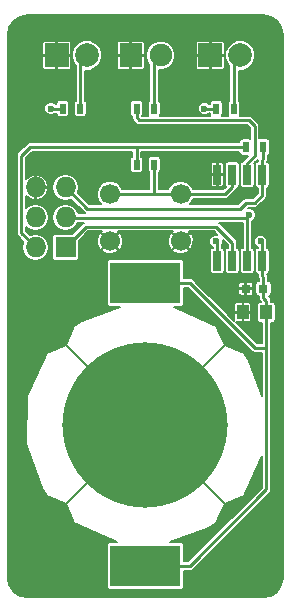
<source format=gtl>
G04 #@! TF.FileFunction,Copper,L1,Top,Signal*
%FSLAX46Y46*%
G04 Gerber Fmt 4.6, Leading zero omitted, Abs format (unit mm)*
G04 Created by KiCad (PCBNEW 4.0.0-rc1-stable) date 8/9/2016 11:22:53 PM*
%MOMM*%
G01*
G04 APERTURE LIST*
%ADD10C,0.100000*%
%ADD11R,6.000000X3.500000*%
%ADD12C,14.000000*%
%ADD13R,1.000000X1.250000*%
%ADD14R,0.800000X0.750000*%
%ADD15R,1.727200X1.727200*%
%ADD16O,1.727200X1.727200*%
%ADD17R,2.000000X2.000000*%
%ADD18C,2.000000*%
%ADD19R,1.900000X2.000000*%
%ADD20C,1.900000*%
%ADD21R,0.650000X1.700000*%
%ADD22R,0.500000X0.900000*%
%ADD23C,1.700000*%
%ADD24C,0.600000*%
%ADD25C,0.250000*%
%ADD26C,0.152400*%
G04 APERTURE END LIST*
D10*
D11*
X112000000Y-97000000D03*
D12*
X112000000Y-85000000D03*
D11*
X112000000Y-73000000D03*
D13*
X122250000Y-75500000D03*
X120250000Y-75500000D03*
D14*
X122000000Y-73500000D03*
X120500000Y-73500000D03*
D15*
X105250000Y-70000000D03*
D16*
X102710000Y-70000000D03*
X105250000Y-67460000D03*
X102710000Y-67460000D03*
X105250000Y-64920000D03*
X102710000Y-64920000D03*
D17*
X117500000Y-53750000D03*
D18*
X120040000Y-53750000D03*
D17*
X104500000Y-53750000D03*
D18*
X107040000Y-53750000D03*
D19*
X110750000Y-53750000D03*
D20*
X113290000Y-53750000D03*
D21*
X121905000Y-63850000D03*
X120635000Y-63850000D03*
X119365000Y-63850000D03*
X118095000Y-63850000D03*
X118095000Y-71150000D03*
X119365000Y-71150000D03*
X120635000Y-71150000D03*
X121905000Y-71150000D03*
D22*
X118000000Y-58250000D03*
X119500000Y-58250000D03*
X105000000Y-58250000D03*
X106500000Y-58250000D03*
X111250000Y-58250000D03*
X112750000Y-58250000D03*
X111250000Y-63000000D03*
X112750000Y-63000000D03*
X120500000Y-61500000D03*
X122000000Y-61500000D03*
D23*
X109000000Y-65500000D03*
X115000000Y-65500000D03*
X109000000Y-69500000D03*
X115000000Y-69500000D03*
D24*
X121750000Y-69500000D03*
X118000000Y-69500000D03*
X120750000Y-67250000D03*
X104000000Y-58250000D03*
X117000000Y-58250000D03*
D25*
X122250000Y-78500000D02*
X122250000Y-90500000D01*
X115750000Y-97000000D02*
X112000000Y-97000000D01*
X122250000Y-90500000D02*
X115750000Y-97000000D01*
X112000000Y-73000000D02*
X115750000Y-73000000D01*
X122250000Y-78500000D02*
X122250000Y-75500000D01*
X121250000Y-78500000D02*
X122250000Y-78500000D01*
X115750000Y-73000000D02*
X121250000Y-78500000D01*
X122000000Y-73500000D02*
X122000000Y-74250000D01*
X122250000Y-74500000D02*
X122250000Y-75500000D01*
X122000000Y-74250000D02*
X122250000Y-74500000D01*
X121905000Y-71150000D02*
X121905000Y-72405000D01*
X122000000Y-72500000D02*
X122000000Y-73500000D01*
X121905000Y-72405000D02*
X122000000Y-72500000D01*
X121905000Y-69655000D02*
X121905000Y-71150000D01*
X121750000Y-69500000D02*
X121905000Y-69655000D01*
X111250000Y-63000000D02*
X111250000Y-61500000D01*
X120500000Y-61500000D02*
X111250000Y-61500000D01*
X111250000Y-61500000D02*
X102250000Y-61500000D01*
X101500000Y-68790000D02*
X102710000Y-70000000D01*
X101500000Y-62250000D02*
X101500000Y-68790000D01*
X102250000Y-61500000D02*
X101500000Y-62250000D01*
X105250000Y-70000000D02*
X107000000Y-68250000D01*
X119365000Y-69615000D02*
X119365000Y-71150000D01*
X118000000Y-68250000D02*
X119365000Y-69615000D01*
X107000000Y-68250000D02*
X118000000Y-68250000D01*
X118095000Y-69595000D02*
X118095000Y-71150000D01*
X118000000Y-69500000D02*
X118095000Y-69595000D01*
X105250000Y-64920000D02*
X107080000Y-66750000D01*
X121905000Y-65595000D02*
X121905000Y-63850000D01*
X121250000Y-66250000D02*
X121905000Y-65595000D01*
X120500000Y-66250000D02*
X121250000Y-66250000D01*
X120000000Y-66750000D02*
X120500000Y-66250000D01*
X107080000Y-66750000D02*
X120000000Y-66750000D01*
X121905000Y-63850000D02*
X121905000Y-62595000D01*
X122000000Y-62500000D02*
X122000000Y-61500000D01*
X121905000Y-62595000D02*
X122000000Y-62500000D01*
X119500000Y-58250000D02*
X119500000Y-54290000D01*
X119500000Y-54290000D02*
X120040000Y-53750000D01*
X106500000Y-58250000D02*
X106500000Y-54290000D01*
X106500000Y-54290000D02*
X107040000Y-53750000D01*
X112750000Y-58250000D02*
X112750000Y-54290000D01*
X112750000Y-54290000D02*
X113290000Y-53750000D01*
X120635000Y-63850000D02*
X120635000Y-62865000D01*
X111250000Y-59000000D02*
X111250000Y-58250000D01*
X111500000Y-59250000D02*
X111250000Y-59000000D01*
X120750000Y-59250000D02*
X111500000Y-59250000D01*
X121250000Y-59750000D02*
X120750000Y-59250000D01*
X121250000Y-62250000D02*
X121250000Y-59750000D01*
X120635000Y-62865000D02*
X121250000Y-62250000D01*
X112750000Y-63000000D02*
X112750000Y-65500000D01*
X115000000Y-65500000D02*
X112750000Y-65500000D01*
X112750000Y-65500000D02*
X109000000Y-65500000D01*
X115000000Y-65500000D02*
X118750000Y-65500000D01*
X118750000Y-65500000D02*
X119365000Y-64885000D01*
X119365000Y-64885000D02*
X119365000Y-63850000D01*
X120635000Y-67365000D02*
X120750000Y-67250000D01*
X120635000Y-67365000D02*
X120635000Y-67500000D01*
X120635000Y-67500000D02*
X105290000Y-67500000D01*
X105290000Y-67500000D02*
X105250000Y-67460000D01*
X120635000Y-71150000D02*
X120635000Y-67500000D01*
X118000000Y-58250000D02*
X117000000Y-58250000D01*
X104000000Y-58250000D02*
X105000000Y-58250000D01*
D26*
G36*
X122626854Y-50486644D02*
X123158273Y-50841727D01*
X123513356Y-51373147D01*
X123645000Y-52034966D01*
X123645000Y-97965034D01*
X123513356Y-98626853D01*
X123158273Y-99158273D01*
X122626854Y-99513356D01*
X121965034Y-99645000D01*
X102034966Y-99645000D01*
X101373147Y-99513356D01*
X100841727Y-99158273D01*
X100486644Y-98626854D01*
X100355000Y-97965034D01*
X100355000Y-86632524D01*
X101856933Y-86632524D01*
X103253767Y-90389839D01*
X103673400Y-91017863D01*
X105261118Y-91702537D01*
X111963655Y-85000000D01*
X105261118Y-78297463D01*
X103673400Y-78982137D01*
X102004288Y-82626672D01*
X101856933Y-86632524D01*
X100355000Y-86632524D01*
X100355000Y-78261118D01*
X105297463Y-78261118D01*
X112000000Y-84963655D01*
X118702537Y-78261118D01*
X118017863Y-76673400D01*
X114441447Y-75035485D01*
X115000000Y-75035485D01*
X115103762Y-75015961D01*
X115199060Y-74954638D01*
X115262993Y-74861070D01*
X115285485Y-74750000D01*
X115285485Y-73405000D01*
X115582244Y-73405000D01*
X120963622Y-78786379D01*
X121042386Y-78839006D01*
X121095013Y-78874171D01*
X121250000Y-78905000D01*
X121845000Y-78905000D01*
X121845000Y-82565712D01*
X120746233Y-79610161D01*
X120326600Y-78982137D01*
X118738882Y-78297463D01*
X112036345Y-85000000D01*
X118738882Y-91702537D01*
X120326600Y-91017863D01*
X121845000Y-87702410D01*
X121845000Y-90332244D01*
X115582244Y-96595000D01*
X115285485Y-96595000D01*
X115285485Y-95250000D01*
X115265961Y-95146238D01*
X115204638Y-95050940D01*
X115111070Y-94987007D01*
X115000000Y-94964515D01*
X114112807Y-94964515D01*
X117389839Y-93746233D01*
X118017863Y-93326600D01*
X118702537Y-91738882D01*
X112000000Y-85036345D01*
X105297463Y-91738882D01*
X105982137Y-93326600D01*
X109558553Y-94964515D01*
X109000000Y-94964515D01*
X108896238Y-94984039D01*
X108800940Y-95045362D01*
X108737007Y-95138930D01*
X108714515Y-95250000D01*
X108714515Y-98750000D01*
X108734039Y-98853762D01*
X108795362Y-98949060D01*
X108888930Y-99012993D01*
X109000000Y-99035485D01*
X115000000Y-99035485D01*
X115103762Y-99015961D01*
X115199060Y-98954638D01*
X115262993Y-98861070D01*
X115285485Y-98750000D01*
X115285485Y-97405000D01*
X115750000Y-97405000D01*
X115904987Y-97374171D01*
X116036378Y-97286378D01*
X122536378Y-90786378D01*
X122624171Y-90654987D01*
X122655000Y-90500000D01*
X122655000Y-76410485D01*
X122750000Y-76410485D01*
X122853762Y-76390961D01*
X122949060Y-76329638D01*
X123012993Y-76236070D01*
X123035485Y-76125000D01*
X123035485Y-74875000D01*
X123015961Y-74771238D01*
X122954638Y-74675940D01*
X122861070Y-74612007D01*
X122750000Y-74589515D01*
X122655000Y-74589515D01*
X122655000Y-74500000D01*
X122624171Y-74345013D01*
X122536378Y-74213621D01*
X122470059Y-74147303D01*
X122503762Y-74140961D01*
X122599060Y-74079638D01*
X122662993Y-73986070D01*
X122685485Y-73875000D01*
X122685485Y-73125000D01*
X122665961Y-73021238D01*
X122604638Y-72925940D01*
X122511070Y-72862007D01*
X122405000Y-72840528D01*
X122405000Y-72500000D01*
X122374171Y-72345013D01*
X122322736Y-72268036D01*
X122333762Y-72265961D01*
X122429060Y-72204638D01*
X122492993Y-72111070D01*
X122515485Y-72000000D01*
X122515485Y-70300000D01*
X122495961Y-70196238D01*
X122434638Y-70100940D01*
X122341070Y-70037007D01*
X122310000Y-70030715D01*
X122310000Y-69663797D01*
X122329899Y-69615875D01*
X122330101Y-69385137D01*
X122241987Y-69171886D01*
X122078973Y-69008587D01*
X121865875Y-68920101D01*
X121635137Y-68919899D01*
X121421886Y-69008013D01*
X121258587Y-69171027D01*
X121170101Y-69384125D01*
X121169899Y-69614863D01*
X121258013Y-69828114D01*
X121421027Y-69991413D01*
X121500000Y-70024205D01*
X121500000Y-70029568D01*
X121476238Y-70034039D01*
X121380940Y-70095362D01*
X121317007Y-70188930D01*
X121294515Y-70300000D01*
X121294515Y-72000000D01*
X121314039Y-72103762D01*
X121375362Y-72199060D01*
X121468930Y-72262993D01*
X121500000Y-72269285D01*
X121500000Y-72405000D01*
X121530829Y-72559987D01*
X121594306Y-72654986D01*
X121595000Y-72656025D01*
X121595000Y-72840456D01*
X121496238Y-72859039D01*
X121400940Y-72920362D01*
X121337007Y-73013930D01*
X121314515Y-73125000D01*
X121314515Y-73875000D01*
X121334039Y-73978762D01*
X121395362Y-74074060D01*
X121488930Y-74137993D01*
X121595000Y-74159472D01*
X121595000Y-74250000D01*
X121625829Y-74404987D01*
X121689315Y-74500000D01*
X121713622Y-74536378D01*
X121766759Y-74589515D01*
X121750000Y-74589515D01*
X121646238Y-74609039D01*
X121550940Y-74670362D01*
X121487007Y-74763930D01*
X121464515Y-74875000D01*
X121464515Y-76125000D01*
X121484039Y-76228762D01*
X121545362Y-76324060D01*
X121638930Y-76387993D01*
X121750000Y-76410485D01*
X121845000Y-76410485D01*
X121845000Y-78095000D01*
X121417757Y-78095000D01*
X119656436Y-76333679D01*
X119704529Y-76353600D01*
X120167150Y-76353600D01*
X120224300Y-76296450D01*
X120224300Y-75525700D01*
X120275700Y-75525700D01*
X120275700Y-76296450D01*
X120332850Y-76353600D01*
X120795471Y-76353600D01*
X120879491Y-76318798D01*
X120943797Y-76254492D01*
X120978600Y-76170472D01*
X120978600Y-75582850D01*
X120921450Y-75525700D01*
X120275700Y-75525700D01*
X120224300Y-75525700D01*
X119578550Y-75525700D01*
X119521400Y-75582850D01*
X119521400Y-76170472D01*
X119541321Y-76218564D01*
X118152285Y-74829528D01*
X119521400Y-74829528D01*
X119521400Y-75417150D01*
X119578550Y-75474300D01*
X120224300Y-75474300D01*
X120224300Y-74703550D01*
X120275700Y-74703550D01*
X120275700Y-75474300D01*
X120921450Y-75474300D01*
X120978600Y-75417150D01*
X120978600Y-74829528D01*
X120943797Y-74745508D01*
X120879491Y-74681202D01*
X120795471Y-74646400D01*
X120332850Y-74646400D01*
X120275700Y-74703550D01*
X120224300Y-74703550D01*
X120167150Y-74646400D01*
X119704529Y-74646400D01*
X119620509Y-74681202D01*
X119556203Y-74745508D01*
X119521400Y-74829528D01*
X118152285Y-74829528D01*
X116905607Y-73582850D01*
X119871400Y-73582850D01*
X119871400Y-73920472D01*
X119906203Y-74004492D01*
X119970509Y-74068798D01*
X120054529Y-74103600D01*
X120417150Y-74103600D01*
X120474300Y-74046450D01*
X120474300Y-73525700D01*
X120525700Y-73525700D01*
X120525700Y-74046450D01*
X120582850Y-74103600D01*
X120945471Y-74103600D01*
X121029491Y-74068798D01*
X121093797Y-74004492D01*
X121128600Y-73920472D01*
X121128600Y-73582850D01*
X121071450Y-73525700D01*
X120525700Y-73525700D01*
X120474300Y-73525700D01*
X119928550Y-73525700D01*
X119871400Y-73582850D01*
X116905607Y-73582850D01*
X116402285Y-73079528D01*
X119871400Y-73079528D01*
X119871400Y-73417150D01*
X119928550Y-73474300D01*
X120474300Y-73474300D01*
X120474300Y-72953550D01*
X120525700Y-72953550D01*
X120525700Y-73474300D01*
X121071450Y-73474300D01*
X121128600Y-73417150D01*
X121128600Y-73079528D01*
X121093797Y-72995508D01*
X121029491Y-72931202D01*
X120945471Y-72896400D01*
X120582850Y-72896400D01*
X120525700Y-72953550D01*
X120474300Y-72953550D01*
X120417150Y-72896400D01*
X120054529Y-72896400D01*
X119970509Y-72931202D01*
X119906203Y-72995508D01*
X119871400Y-73079528D01*
X116402285Y-73079528D01*
X116036378Y-72713622D01*
X115904987Y-72625829D01*
X115750000Y-72595000D01*
X115285485Y-72595000D01*
X115285485Y-71250000D01*
X115265961Y-71146238D01*
X115204638Y-71050940D01*
X115111070Y-70987007D01*
X115000000Y-70964515D01*
X109000000Y-70964515D01*
X108896238Y-70984039D01*
X108800940Y-71045362D01*
X108737007Y-71138930D01*
X108714515Y-71250000D01*
X108714515Y-74750000D01*
X108734039Y-74853762D01*
X108795362Y-74949060D01*
X108888930Y-75012993D01*
X109000000Y-75035485D01*
X109887193Y-75035485D01*
X106610161Y-76253767D01*
X105982137Y-76673400D01*
X105297463Y-78261118D01*
X100355000Y-78261118D01*
X100355000Y-62250000D01*
X101095000Y-62250000D01*
X101095000Y-68790000D01*
X101125829Y-68944987D01*
X101179513Y-69025330D01*
X101213622Y-69076378D01*
X101658508Y-69521265D01*
X101631047Y-69562363D01*
X101543996Y-70000000D01*
X101631047Y-70437637D01*
X101878949Y-70808647D01*
X102249959Y-71056549D01*
X102687596Y-71143600D01*
X102732404Y-71143600D01*
X103170041Y-71056549D01*
X103541051Y-70808647D01*
X103788953Y-70437637D01*
X103876004Y-70000000D01*
X103788953Y-69562363D01*
X103541051Y-69191353D01*
X103170041Y-68943451D01*
X102732404Y-68856400D01*
X102687596Y-68856400D01*
X102249959Y-68943451D01*
X102235721Y-68952965D01*
X101905000Y-68622244D01*
X101905000Y-68286054D01*
X102249959Y-68516549D01*
X102687596Y-68603600D01*
X102732404Y-68603600D01*
X103170041Y-68516549D01*
X103541051Y-68268647D01*
X103788953Y-67897637D01*
X103876004Y-67460000D01*
X103788953Y-67022363D01*
X103541051Y-66651353D01*
X103170041Y-66403451D01*
X102732404Y-66316400D01*
X102687596Y-66316400D01*
X102249959Y-66403451D01*
X101905000Y-66633946D01*
X101905000Y-65631586D01*
X102117571Y-65837570D01*
X102513806Y-65994437D01*
X102684300Y-65954750D01*
X102684300Y-64945700D01*
X102735700Y-64945700D01*
X102735700Y-65954750D01*
X102906194Y-65994437D01*
X103302429Y-65837570D01*
X103608472Y-65541011D01*
X103777731Y-65149909D01*
X103784435Y-65116194D01*
X103744731Y-64945700D01*
X102735700Y-64945700D01*
X102684300Y-64945700D01*
X102664300Y-64945700D01*
X102664300Y-64894300D01*
X102684300Y-64894300D01*
X102684300Y-63885250D01*
X102735700Y-63885250D01*
X102735700Y-64894300D01*
X103744731Y-64894300D01*
X103784435Y-64723806D01*
X103777731Y-64690091D01*
X103608472Y-64298989D01*
X103302429Y-64002430D01*
X102906194Y-63845563D01*
X102735700Y-63885250D01*
X102684300Y-63885250D01*
X102513806Y-63845563D01*
X102117571Y-64002430D01*
X101905000Y-64208414D01*
X101905000Y-62417756D01*
X102417756Y-61905000D01*
X110845000Y-61905000D01*
X110845000Y-62317010D01*
X110800940Y-62345362D01*
X110737007Y-62438930D01*
X110714515Y-62550000D01*
X110714515Y-63450000D01*
X110734039Y-63553762D01*
X110795362Y-63649060D01*
X110888930Y-63712993D01*
X111000000Y-63735485D01*
X111500000Y-63735485D01*
X111603762Y-63715961D01*
X111699060Y-63654638D01*
X111762993Y-63561070D01*
X111785485Y-63450000D01*
X111785485Y-62550000D01*
X111765961Y-62446238D01*
X111704638Y-62350940D01*
X111655000Y-62317023D01*
X111655000Y-61905000D01*
X119964515Y-61905000D01*
X119964515Y-61950000D01*
X119984039Y-62053762D01*
X120045362Y-62149060D01*
X120138930Y-62212993D01*
X120250000Y-62235485D01*
X120691759Y-62235485D01*
X120348622Y-62578622D01*
X120260829Y-62710013D01*
X120257987Y-62724302D01*
X120206238Y-62734039D01*
X120110940Y-62795362D01*
X120047007Y-62888930D01*
X120024515Y-63000000D01*
X120024515Y-64700000D01*
X120044039Y-64803762D01*
X120105362Y-64899060D01*
X120198930Y-64962993D01*
X120310000Y-64985485D01*
X120960000Y-64985485D01*
X121063762Y-64965961D01*
X121159060Y-64904638D01*
X121222993Y-64811070D01*
X121245485Y-64700000D01*
X121245485Y-63000000D01*
X121225961Y-62896238D01*
X121206602Y-62866154D01*
X121505523Y-62567233D01*
X121500000Y-62595000D01*
X121500000Y-62729568D01*
X121476238Y-62734039D01*
X121380940Y-62795362D01*
X121317007Y-62888930D01*
X121294515Y-63000000D01*
X121294515Y-64700000D01*
X121314039Y-64803762D01*
X121375362Y-64899060D01*
X121468930Y-64962993D01*
X121500000Y-64969285D01*
X121500000Y-65427244D01*
X121082244Y-65845000D01*
X120500000Y-65845000D01*
X120345013Y-65875829D01*
X120301356Y-65905000D01*
X120213622Y-65963622D01*
X119832244Y-66345000D01*
X115752981Y-66345000D01*
X115957409Y-66140929D01*
X116055375Y-65905000D01*
X118750000Y-65905000D01*
X118904987Y-65874171D01*
X119036378Y-65786378D01*
X119651378Y-65171378D01*
X119739171Y-65039987D01*
X119750012Y-64985485D01*
X119752346Y-64973754D01*
X119793762Y-64965961D01*
X119889060Y-64904638D01*
X119952993Y-64811070D01*
X119975485Y-64700000D01*
X119975485Y-63000000D01*
X119955961Y-62896238D01*
X119894638Y-62800940D01*
X119801070Y-62737007D01*
X119690000Y-62714515D01*
X119040000Y-62714515D01*
X118936238Y-62734039D01*
X118840940Y-62795362D01*
X118777007Y-62888930D01*
X118754515Y-63000000D01*
X118754515Y-64700000D01*
X118774039Y-64803762D01*
X118812975Y-64864269D01*
X118582244Y-65095000D01*
X116055319Y-65095000D01*
X115958526Y-64860743D01*
X115640929Y-64542591D01*
X115225757Y-64370197D01*
X114776215Y-64369804D01*
X114360743Y-64541474D01*
X114042591Y-64859071D01*
X113944625Y-65095000D01*
X113155000Y-65095000D01*
X113155000Y-63932850D01*
X117541400Y-63932850D01*
X117541400Y-64745471D01*
X117576202Y-64829491D01*
X117640508Y-64893797D01*
X117724528Y-64928600D01*
X118012150Y-64928600D01*
X118069300Y-64871450D01*
X118069300Y-63875700D01*
X118120700Y-63875700D01*
X118120700Y-64871450D01*
X118177850Y-64928600D01*
X118465472Y-64928600D01*
X118549492Y-64893797D01*
X118613798Y-64829491D01*
X118648600Y-64745471D01*
X118648600Y-63932850D01*
X118591450Y-63875700D01*
X118120700Y-63875700D01*
X118069300Y-63875700D01*
X117598550Y-63875700D01*
X117541400Y-63932850D01*
X113155000Y-63932850D01*
X113155000Y-63682990D01*
X113199060Y-63654638D01*
X113262993Y-63561070D01*
X113285485Y-63450000D01*
X113285485Y-62954529D01*
X117541400Y-62954529D01*
X117541400Y-63767150D01*
X117598550Y-63824300D01*
X118069300Y-63824300D01*
X118069300Y-62828550D01*
X118120700Y-62828550D01*
X118120700Y-63824300D01*
X118591450Y-63824300D01*
X118648600Y-63767150D01*
X118648600Y-62954529D01*
X118613798Y-62870509D01*
X118549492Y-62806203D01*
X118465472Y-62771400D01*
X118177850Y-62771400D01*
X118120700Y-62828550D01*
X118069300Y-62828550D01*
X118012150Y-62771400D01*
X117724528Y-62771400D01*
X117640508Y-62806203D01*
X117576202Y-62870509D01*
X117541400Y-62954529D01*
X113285485Y-62954529D01*
X113285485Y-62550000D01*
X113265961Y-62446238D01*
X113204638Y-62350940D01*
X113111070Y-62287007D01*
X113000000Y-62264515D01*
X112500000Y-62264515D01*
X112396238Y-62284039D01*
X112300940Y-62345362D01*
X112237007Y-62438930D01*
X112214515Y-62550000D01*
X112214515Y-63450000D01*
X112234039Y-63553762D01*
X112295362Y-63649060D01*
X112345000Y-63682977D01*
X112345000Y-65095000D01*
X110055319Y-65095000D01*
X109958526Y-64860743D01*
X109640929Y-64542591D01*
X109225757Y-64370197D01*
X108776215Y-64369804D01*
X108360743Y-64541474D01*
X108042591Y-64859071D01*
X107870197Y-65274243D01*
X107869804Y-65723785D01*
X108041474Y-66139257D01*
X108246858Y-66345000D01*
X107247756Y-66345000D01*
X106301492Y-65398736D01*
X106328953Y-65357637D01*
X106416004Y-64920000D01*
X106328953Y-64482363D01*
X106081051Y-64111353D01*
X105710041Y-63863451D01*
X105272404Y-63776400D01*
X105227596Y-63776400D01*
X104789959Y-63863451D01*
X104418949Y-64111353D01*
X104171047Y-64482363D01*
X104083996Y-64920000D01*
X104171047Y-65357637D01*
X104418949Y-65728647D01*
X104789959Y-65976549D01*
X105227596Y-66063600D01*
X105272404Y-66063600D01*
X105710041Y-65976549D01*
X105724279Y-65967035D01*
X106793622Y-67036378D01*
X106881356Y-67095000D01*
X106343401Y-67095000D01*
X106328953Y-67022363D01*
X106081051Y-66651353D01*
X105710041Y-66403451D01*
X105272404Y-66316400D01*
X105227596Y-66316400D01*
X104789959Y-66403451D01*
X104418949Y-66651353D01*
X104171047Y-67022363D01*
X104083996Y-67460000D01*
X104171047Y-67897637D01*
X104418949Y-68268647D01*
X104789959Y-68516549D01*
X105227596Y-68603600D01*
X105272404Y-68603600D01*
X105710041Y-68516549D01*
X106081051Y-68268647D01*
X106324033Y-67905000D01*
X106801356Y-67905000D01*
X106713622Y-67963622D01*
X105826329Y-68850915D01*
X104386400Y-68850915D01*
X104282638Y-68870439D01*
X104187340Y-68931762D01*
X104123407Y-69025330D01*
X104100915Y-69136400D01*
X104100915Y-70863600D01*
X104120439Y-70967362D01*
X104181762Y-71062660D01*
X104275330Y-71126593D01*
X104386400Y-71149085D01*
X106113600Y-71149085D01*
X106217362Y-71129561D01*
X106312660Y-71068238D01*
X106376593Y-70974670D01*
X106399085Y-70863600D01*
X106399085Y-70255165D01*
X108281181Y-70255165D01*
X108374562Y-70404564D01*
X108768333Y-70575053D01*
X109197373Y-70581875D01*
X109596365Y-70423991D01*
X109625438Y-70404564D01*
X109718819Y-70255165D01*
X114281181Y-70255165D01*
X114374562Y-70404564D01*
X114768333Y-70575053D01*
X115197373Y-70581875D01*
X115596365Y-70423991D01*
X115625438Y-70404564D01*
X115718819Y-70255165D01*
X115000000Y-69536345D01*
X114281181Y-70255165D01*
X109718819Y-70255165D01*
X109000000Y-69536345D01*
X108281181Y-70255165D01*
X106399085Y-70255165D01*
X106399085Y-69697373D01*
X107918125Y-69697373D01*
X108076009Y-70096365D01*
X108095436Y-70125438D01*
X108244835Y-70218819D01*
X108963655Y-69500000D01*
X109036345Y-69500000D01*
X109755165Y-70218819D01*
X109904564Y-70125438D01*
X110075053Y-69731667D01*
X110075598Y-69697373D01*
X113918125Y-69697373D01*
X114076009Y-70096365D01*
X114095436Y-70125438D01*
X114244835Y-70218819D01*
X114963655Y-69500000D01*
X115036345Y-69500000D01*
X115755165Y-70218819D01*
X115904564Y-70125438D01*
X116075053Y-69731667D01*
X116081875Y-69302627D01*
X115923991Y-68903635D01*
X115904564Y-68874562D01*
X115755165Y-68781181D01*
X115036345Y-69500000D01*
X114963655Y-69500000D01*
X114244835Y-68781181D01*
X114095436Y-68874562D01*
X113924947Y-69268333D01*
X113918125Y-69697373D01*
X110075598Y-69697373D01*
X110081875Y-69302627D01*
X109923991Y-68903635D01*
X109904564Y-68874562D01*
X109755165Y-68781181D01*
X109036345Y-69500000D01*
X108963655Y-69500000D01*
X108244835Y-68781181D01*
X108095436Y-68874562D01*
X107924947Y-69268333D01*
X107918125Y-69697373D01*
X106399085Y-69697373D01*
X106399085Y-69423671D01*
X107167756Y-68655000D01*
X108337332Y-68655000D01*
X108281181Y-68744835D01*
X109000000Y-69463655D01*
X109718819Y-68744835D01*
X109662668Y-68655000D01*
X114337332Y-68655000D01*
X114281181Y-68744835D01*
X115000000Y-69463655D01*
X115718819Y-68744835D01*
X115662668Y-68655000D01*
X117832244Y-68655000D01*
X118097328Y-68920085D01*
X117885137Y-68919899D01*
X117671886Y-69008013D01*
X117508587Y-69171027D01*
X117420101Y-69384125D01*
X117419899Y-69614863D01*
X117508013Y-69828114D01*
X117671027Y-69991413D01*
X117690000Y-69999291D01*
X117690000Y-70029568D01*
X117666238Y-70034039D01*
X117570940Y-70095362D01*
X117507007Y-70188930D01*
X117484515Y-70300000D01*
X117484515Y-72000000D01*
X117504039Y-72103762D01*
X117565362Y-72199060D01*
X117658930Y-72262993D01*
X117770000Y-72285485D01*
X118420000Y-72285485D01*
X118523762Y-72265961D01*
X118619060Y-72204638D01*
X118682993Y-72111070D01*
X118705485Y-72000000D01*
X118705485Y-70300000D01*
X118685961Y-70196238D01*
X118624638Y-70100940D01*
X118531070Y-70037007D01*
X118500000Y-70030715D01*
X118500000Y-69808293D01*
X118579899Y-69615875D01*
X118580086Y-69402842D01*
X118960000Y-69782757D01*
X118960000Y-70029568D01*
X118936238Y-70034039D01*
X118840940Y-70095362D01*
X118777007Y-70188930D01*
X118754515Y-70300000D01*
X118754515Y-72000000D01*
X118774039Y-72103762D01*
X118835362Y-72199060D01*
X118928930Y-72262993D01*
X119040000Y-72285485D01*
X119690000Y-72285485D01*
X119793762Y-72265961D01*
X119889060Y-72204638D01*
X119952993Y-72111070D01*
X119975485Y-72000000D01*
X119975485Y-70300000D01*
X119955961Y-70196238D01*
X119894638Y-70100940D01*
X119801070Y-70037007D01*
X119770000Y-70030715D01*
X119770000Y-69615000D01*
X119759530Y-69562363D01*
X119739172Y-69460014D01*
X119651379Y-69328622D01*
X118286378Y-67963622D01*
X118198644Y-67905000D01*
X120230000Y-67905000D01*
X120230000Y-70029568D01*
X120206238Y-70034039D01*
X120110940Y-70095362D01*
X120047007Y-70188930D01*
X120024515Y-70300000D01*
X120024515Y-72000000D01*
X120044039Y-72103762D01*
X120105362Y-72199060D01*
X120198930Y-72262993D01*
X120310000Y-72285485D01*
X120960000Y-72285485D01*
X121063762Y-72265961D01*
X121159060Y-72204638D01*
X121222993Y-72111070D01*
X121245485Y-72000000D01*
X121245485Y-70300000D01*
X121225961Y-70196238D01*
X121164638Y-70100940D01*
X121071070Y-70037007D01*
X121040000Y-70030715D01*
X121040000Y-67757735D01*
X121078114Y-67741987D01*
X121241413Y-67578973D01*
X121329899Y-67365875D01*
X121330101Y-67135137D01*
X121241987Y-66921886D01*
X121078973Y-66758587D01*
X120865875Y-66670101D01*
X120652842Y-66669914D01*
X120667756Y-66655000D01*
X121250000Y-66655000D01*
X121404987Y-66624171D01*
X121536378Y-66536378D01*
X122191378Y-65881378D01*
X122215685Y-65845000D01*
X122279171Y-65749987D01*
X122310000Y-65595000D01*
X122310000Y-64970432D01*
X122333762Y-64965961D01*
X122429060Y-64904638D01*
X122492993Y-64811070D01*
X122515485Y-64700000D01*
X122515485Y-63000000D01*
X122495961Y-62896238D01*
X122434638Y-62800940D01*
X122341070Y-62737007D01*
X122321953Y-62733136D01*
X122374171Y-62654987D01*
X122395054Y-62550000D01*
X122405000Y-62500000D01*
X122405000Y-62182990D01*
X122449060Y-62154638D01*
X122512993Y-62061070D01*
X122535485Y-61950000D01*
X122535485Y-61050000D01*
X122515961Y-60946238D01*
X122454638Y-60850940D01*
X122361070Y-60787007D01*
X122250000Y-60764515D01*
X121750000Y-60764515D01*
X121655000Y-60782390D01*
X121655000Y-59750000D01*
X121624171Y-59595013D01*
X121536378Y-59463622D01*
X121036378Y-58963622D01*
X121035437Y-58962993D01*
X120904987Y-58875829D01*
X120750000Y-58845000D01*
X119989809Y-58845000D01*
X120012993Y-58811070D01*
X120035485Y-58700000D01*
X120035485Y-57800000D01*
X120015961Y-57696238D01*
X119954638Y-57600940D01*
X119905000Y-57567023D01*
X119905000Y-55029883D01*
X120293491Y-55030222D01*
X120764115Y-54835764D01*
X121124499Y-54476009D01*
X121319778Y-54005725D01*
X121320222Y-53496509D01*
X121125764Y-53025885D01*
X120766009Y-52665501D01*
X120295725Y-52470222D01*
X119786509Y-52469778D01*
X119315885Y-52664236D01*
X118955501Y-53023991D01*
X118760222Y-53494275D01*
X118759778Y-54003491D01*
X118954236Y-54474115D01*
X119095000Y-54615125D01*
X119095000Y-57567010D01*
X119050940Y-57595362D01*
X118987007Y-57688930D01*
X118964515Y-57800000D01*
X118964515Y-58700000D01*
X118984039Y-58803762D01*
X119010575Y-58845000D01*
X118489809Y-58845000D01*
X118512993Y-58811070D01*
X118535485Y-58700000D01*
X118535485Y-57800000D01*
X118515961Y-57696238D01*
X118454638Y-57600940D01*
X118361070Y-57537007D01*
X118250000Y-57514515D01*
X117750000Y-57514515D01*
X117646238Y-57534039D01*
X117550940Y-57595362D01*
X117487007Y-57688930D01*
X117464515Y-57800000D01*
X117464515Y-57845000D01*
X117415235Y-57845000D01*
X117328973Y-57758587D01*
X117115875Y-57670101D01*
X116885137Y-57669899D01*
X116671886Y-57758013D01*
X116508587Y-57921027D01*
X116420101Y-58134125D01*
X116419899Y-58364863D01*
X116508013Y-58578114D01*
X116671027Y-58741413D01*
X116884125Y-58829899D01*
X117114863Y-58830101D01*
X117328114Y-58741987D01*
X117415253Y-58655000D01*
X117464515Y-58655000D01*
X117464515Y-58700000D01*
X117484039Y-58803762D01*
X117510575Y-58845000D01*
X113239809Y-58845000D01*
X113262993Y-58811070D01*
X113285485Y-58700000D01*
X113285485Y-57800000D01*
X113265961Y-57696238D01*
X113204638Y-57600940D01*
X113155000Y-57567023D01*
X113155000Y-54979883D01*
X113533589Y-54980213D01*
X113985829Y-54793351D01*
X114332135Y-54447649D01*
X114519786Y-53995735D01*
X114519928Y-53832850D01*
X116271400Y-53832850D01*
X116271400Y-54795471D01*
X116306202Y-54879491D01*
X116370508Y-54943797D01*
X116454528Y-54978600D01*
X117417150Y-54978600D01*
X117474300Y-54921450D01*
X117474300Y-53775700D01*
X117525700Y-53775700D01*
X117525700Y-54921450D01*
X117582850Y-54978600D01*
X118545472Y-54978600D01*
X118629492Y-54943797D01*
X118693798Y-54879491D01*
X118728600Y-54795471D01*
X118728600Y-53832850D01*
X118671450Y-53775700D01*
X117525700Y-53775700D01*
X117474300Y-53775700D01*
X116328550Y-53775700D01*
X116271400Y-53832850D01*
X114519928Y-53832850D01*
X114520213Y-53506411D01*
X114333351Y-53054171D01*
X113987649Y-52707865D01*
X113979616Y-52704529D01*
X116271400Y-52704529D01*
X116271400Y-53667150D01*
X116328550Y-53724300D01*
X117474300Y-53724300D01*
X117474300Y-52578550D01*
X117525700Y-52578550D01*
X117525700Y-53724300D01*
X118671450Y-53724300D01*
X118728600Y-53667150D01*
X118728600Y-52704529D01*
X118693798Y-52620509D01*
X118629492Y-52556203D01*
X118545472Y-52521400D01*
X117582850Y-52521400D01*
X117525700Y-52578550D01*
X117474300Y-52578550D01*
X117417150Y-52521400D01*
X116454528Y-52521400D01*
X116370508Y-52556203D01*
X116306202Y-52620509D01*
X116271400Y-52704529D01*
X113979616Y-52704529D01*
X113535735Y-52520214D01*
X113046411Y-52519787D01*
X112594171Y-52706649D01*
X112247865Y-53052351D01*
X112060214Y-53504265D01*
X112059787Y-53993589D01*
X112246649Y-54445829D01*
X112345000Y-54544352D01*
X112345000Y-57567010D01*
X112300940Y-57595362D01*
X112237007Y-57688930D01*
X112214515Y-57800000D01*
X112214515Y-58700000D01*
X112234039Y-58803762D01*
X112260575Y-58845000D01*
X111739809Y-58845000D01*
X111762993Y-58811070D01*
X111785485Y-58700000D01*
X111785485Y-57800000D01*
X111765961Y-57696238D01*
X111704638Y-57600940D01*
X111611070Y-57537007D01*
X111500000Y-57514515D01*
X111000000Y-57514515D01*
X110896238Y-57534039D01*
X110800940Y-57595362D01*
X110737007Y-57688930D01*
X110714515Y-57800000D01*
X110714515Y-58700000D01*
X110734039Y-58803762D01*
X110795362Y-58899060D01*
X110845000Y-58932977D01*
X110845000Y-59000000D01*
X110875829Y-59154987D01*
X110939315Y-59250000D01*
X110963622Y-59286378D01*
X111213621Y-59536378D01*
X111345013Y-59624171D01*
X111500000Y-59655000D01*
X120582244Y-59655000D01*
X120845000Y-59917756D01*
X120845000Y-60783753D01*
X120750000Y-60764515D01*
X120250000Y-60764515D01*
X120146238Y-60784039D01*
X120050940Y-60845362D01*
X119987007Y-60938930D01*
X119964515Y-61050000D01*
X119964515Y-61095000D01*
X102250000Y-61095000D01*
X102095013Y-61125829D01*
X101963622Y-61213622D01*
X101213622Y-61963622D01*
X101125829Y-62095013D01*
X101095000Y-62250000D01*
X100355000Y-62250000D01*
X100355000Y-58364863D01*
X103419899Y-58364863D01*
X103508013Y-58578114D01*
X103671027Y-58741413D01*
X103884125Y-58829899D01*
X104114863Y-58830101D01*
X104328114Y-58741987D01*
X104415253Y-58655000D01*
X104464515Y-58655000D01*
X104464515Y-58700000D01*
X104484039Y-58803762D01*
X104545362Y-58899060D01*
X104638930Y-58962993D01*
X104750000Y-58985485D01*
X105250000Y-58985485D01*
X105353762Y-58965961D01*
X105449060Y-58904638D01*
X105512993Y-58811070D01*
X105535485Y-58700000D01*
X105535485Y-57800000D01*
X105515961Y-57696238D01*
X105454638Y-57600940D01*
X105361070Y-57537007D01*
X105250000Y-57514515D01*
X104750000Y-57514515D01*
X104646238Y-57534039D01*
X104550940Y-57595362D01*
X104487007Y-57688930D01*
X104464515Y-57800000D01*
X104464515Y-57845000D01*
X104415235Y-57845000D01*
X104328973Y-57758587D01*
X104115875Y-57670101D01*
X103885137Y-57669899D01*
X103671886Y-57758013D01*
X103508587Y-57921027D01*
X103420101Y-58134125D01*
X103419899Y-58364863D01*
X100355000Y-58364863D01*
X100355000Y-53832850D01*
X103271400Y-53832850D01*
X103271400Y-54795471D01*
X103306202Y-54879491D01*
X103370508Y-54943797D01*
X103454528Y-54978600D01*
X104417150Y-54978600D01*
X104474300Y-54921450D01*
X104474300Y-53775700D01*
X104525700Y-53775700D01*
X104525700Y-54921450D01*
X104582850Y-54978600D01*
X105545472Y-54978600D01*
X105629492Y-54943797D01*
X105693798Y-54879491D01*
X105728600Y-54795471D01*
X105728600Y-54003491D01*
X105759778Y-54003491D01*
X105954236Y-54474115D01*
X106095000Y-54615125D01*
X106095000Y-57567010D01*
X106050940Y-57595362D01*
X105987007Y-57688930D01*
X105964515Y-57800000D01*
X105964515Y-58700000D01*
X105984039Y-58803762D01*
X106045362Y-58899060D01*
X106138930Y-58962993D01*
X106250000Y-58985485D01*
X106750000Y-58985485D01*
X106853762Y-58965961D01*
X106949060Y-58904638D01*
X107012993Y-58811070D01*
X107035485Y-58700000D01*
X107035485Y-57800000D01*
X107015961Y-57696238D01*
X106954638Y-57600940D01*
X106905000Y-57567023D01*
X106905000Y-55029883D01*
X107293491Y-55030222D01*
X107764115Y-54835764D01*
X108124499Y-54476009D01*
X108319778Y-54005725D01*
X108319928Y-53832850D01*
X109571400Y-53832850D01*
X109571400Y-54795471D01*
X109606202Y-54879491D01*
X109670508Y-54943797D01*
X109754528Y-54978600D01*
X110667150Y-54978600D01*
X110724300Y-54921450D01*
X110724300Y-53775700D01*
X110775700Y-53775700D01*
X110775700Y-54921450D01*
X110832850Y-54978600D01*
X111745472Y-54978600D01*
X111829492Y-54943797D01*
X111893798Y-54879491D01*
X111928600Y-54795471D01*
X111928600Y-53832850D01*
X111871450Y-53775700D01*
X110775700Y-53775700D01*
X110724300Y-53775700D01*
X109628550Y-53775700D01*
X109571400Y-53832850D01*
X108319928Y-53832850D01*
X108320222Y-53496509D01*
X108125764Y-53025885D01*
X107804969Y-52704529D01*
X109571400Y-52704529D01*
X109571400Y-53667150D01*
X109628550Y-53724300D01*
X110724300Y-53724300D01*
X110724300Y-52578550D01*
X110775700Y-52578550D01*
X110775700Y-53724300D01*
X111871450Y-53724300D01*
X111928600Y-53667150D01*
X111928600Y-52704529D01*
X111893798Y-52620509D01*
X111829492Y-52556203D01*
X111745472Y-52521400D01*
X110832850Y-52521400D01*
X110775700Y-52578550D01*
X110724300Y-52578550D01*
X110667150Y-52521400D01*
X109754528Y-52521400D01*
X109670508Y-52556203D01*
X109606202Y-52620509D01*
X109571400Y-52704529D01*
X107804969Y-52704529D01*
X107766009Y-52665501D01*
X107295725Y-52470222D01*
X106786509Y-52469778D01*
X106315885Y-52664236D01*
X105955501Y-53023991D01*
X105760222Y-53494275D01*
X105759778Y-54003491D01*
X105728600Y-54003491D01*
X105728600Y-53832850D01*
X105671450Y-53775700D01*
X104525700Y-53775700D01*
X104474300Y-53775700D01*
X103328550Y-53775700D01*
X103271400Y-53832850D01*
X100355000Y-53832850D01*
X100355000Y-52704529D01*
X103271400Y-52704529D01*
X103271400Y-53667150D01*
X103328550Y-53724300D01*
X104474300Y-53724300D01*
X104474300Y-52578550D01*
X104525700Y-52578550D01*
X104525700Y-53724300D01*
X105671450Y-53724300D01*
X105728600Y-53667150D01*
X105728600Y-52704529D01*
X105693798Y-52620509D01*
X105629492Y-52556203D01*
X105545472Y-52521400D01*
X104582850Y-52521400D01*
X104525700Y-52578550D01*
X104474300Y-52578550D01*
X104417150Y-52521400D01*
X103454528Y-52521400D01*
X103370508Y-52556203D01*
X103306202Y-52620509D01*
X103271400Y-52704529D01*
X100355000Y-52704529D01*
X100355000Y-52034966D01*
X100486644Y-51373146D01*
X100841727Y-50841727D01*
X101373147Y-50486644D01*
X102034966Y-50355000D01*
X121965034Y-50355000D01*
X122626854Y-50486644D01*
X122626854Y-50486644D01*
G37*
X122626854Y-50486644D02*
X123158273Y-50841727D01*
X123513356Y-51373147D01*
X123645000Y-52034966D01*
X123645000Y-97965034D01*
X123513356Y-98626853D01*
X123158273Y-99158273D01*
X122626854Y-99513356D01*
X121965034Y-99645000D01*
X102034966Y-99645000D01*
X101373147Y-99513356D01*
X100841727Y-99158273D01*
X100486644Y-98626854D01*
X100355000Y-97965034D01*
X100355000Y-86632524D01*
X101856933Y-86632524D01*
X103253767Y-90389839D01*
X103673400Y-91017863D01*
X105261118Y-91702537D01*
X111963655Y-85000000D01*
X105261118Y-78297463D01*
X103673400Y-78982137D01*
X102004288Y-82626672D01*
X101856933Y-86632524D01*
X100355000Y-86632524D01*
X100355000Y-78261118D01*
X105297463Y-78261118D01*
X112000000Y-84963655D01*
X118702537Y-78261118D01*
X118017863Y-76673400D01*
X114441447Y-75035485D01*
X115000000Y-75035485D01*
X115103762Y-75015961D01*
X115199060Y-74954638D01*
X115262993Y-74861070D01*
X115285485Y-74750000D01*
X115285485Y-73405000D01*
X115582244Y-73405000D01*
X120963622Y-78786379D01*
X121042386Y-78839006D01*
X121095013Y-78874171D01*
X121250000Y-78905000D01*
X121845000Y-78905000D01*
X121845000Y-82565712D01*
X120746233Y-79610161D01*
X120326600Y-78982137D01*
X118738882Y-78297463D01*
X112036345Y-85000000D01*
X118738882Y-91702537D01*
X120326600Y-91017863D01*
X121845000Y-87702410D01*
X121845000Y-90332244D01*
X115582244Y-96595000D01*
X115285485Y-96595000D01*
X115285485Y-95250000D01*
X115265961Y-95146238D01*
X115204638Y-95050940D01*
X115111070Y-94987007D01*
X115000000Y-94964515D01*
X114112807Y-94964515D01*
X117389839Y-93746233D01*
X118017863Y-93326600D01*
X118702537Y-91738882D01*
X112000000Y-85036345D01*
X105297463Y-91738882D01*
X105982137Y-93326600D01*
X109558553Y-94964515D01*
X109000000Y-94964515D01*
X108896238Y-94984039D01*
X108800940Y-95045362D01*
X108737007Y-95138930D01*
X108714515Y-95250000D01*
X108714515Y-98750000D01*
X108734039Y-98853762D01*
X108795362Y-98949060D01*
X108888930Y-99012993D01*
X109000000Y-99035485D01*
X115000000Y-99035485D01*
X115103762Y-99015961D01*
X115199060Y-98954638D01*
X115262993Y-98861070D01*
X115285485Y-98750000D01*
X115285485Y-97405000D01*
X115750000Y-97405000D01*
X115904987Y-97374171D01*
X116036378Y-97286378D01*
X122536378Y-90786378D01*
X122624171Y-90654987D01*
X122655000Y-90500000D01*
X122655000Y-76410485D01*
X122750000Y-76410485D01*
X122853762Y-76390961D01*
X122949060Y-76329638D01*
X123012993Y-76236070D01*
X123035485Y-76125000D01*
X123035485Y-74875000D01*
X123015961Y-74771238D01*
X122954638Y-74675940D01*
X122861070Y-74612007D01*
X122750000Y-74589515D01*
X122655000Y-74589515D01*
X122655000Y-74500000D01*
X122624171Y-74345013D01*
X122536378Y-74213621D01*
X122470059Y-74147303D01*
X122503762Y-74140961D01*
X122599060Y-74079638D01*
X122662993Y-73986070D01*
X122685485Y-73875000D01*
X122685485Y-73125000D01*
X122665961Y-73021238D01*
X122604638Y-72925940D01*
X122511070Y-72862007D01*
X122405000Y-72840528D01*
X122405000Y-72500000D01*
X122374171Y-72345013D01*
X122322736Y-72268036D01*
X122333762Y-72265961D01*
X122429060Y-72204638D01*
X122492993Y-72111070D01*
X122515485Y-72000000D01*
X122515485Y-70300000D01*
X122495961Y-70196238D01*
X122434638Y-70100940D01*
X122341070Y-70037007D01*
X122310000Y-70030715D01*
X122310000Y-69663797D01*
X122329899Y-69615875D01*
X122330101Y-69385137D01*
X122241987Y-69171886D01*
X122078973Y-69008587D01*
X121865875Y-68920101D01*
X121635137Y-68919899D01*
X121421886Y-69008013D01*
X121258587Y-69171027D01*
X121170101Y-69384125D01*
X121169899Y-69614863D01*
X121258013Y-69828114D01*
X121421027Y-69991413D01*
X121500000Y-70024205D01*
X121500000Y-70029568D01*
X121476238Y-70034039D01*
X121380940Y-70095362D01*
X121317007Y-70188930D01*
X121294515Y-70300000D01*
X121294515Y-72000000D01*
X121314039Y-72103762D01*
X121375362Y-72199060D01*
X121468930Y-72262993D01*
X121500000Y-72269285D01*
X121500000Y-72405000D01*
X121530829Y-72559987D01*
X121594306Y-72654986D01*
X121595000Y-72656025D01*
X121595000Y-72840456D01*
X121496238Y-72859039D01*
X121400940Y-72920362D01*
X121337007Y-73013930D01*
X121314515Y-73125000D01*
X121314515Y-73875000D01*
X121334039Y-73978762D01*
X121395362Y-74074060D01*
X121488930Y-74137993D01*
X121595000Y-74159472D01*
X121595000Y-74250000D01*
X121625829Y-74404987D01*
X121689315Y-74500000D01*
X121713622Y-74536378D01*
X121766759Y-74589515D01*
X121750000Y-74589515D01*
X121646238Y-74609039D01*
X121550940Y-74670362D01*
X121487007Y-74763930D01*
X121464515Y-74875000D01*
X121464515Y-76125000D01*
X121484039Y-76228762D01*
X121545362Y-76324060D01*
X121638930Y-76387993D01*
X121750000Y-76410485D01*
X121845000Y-76410485D01*
X121845000Y-78095000D01*
X121417757Y-78095000D01*
X119656436Y-76333679D01*
X119704529Y-76353600D01*
X120167150Y-76353600D01*
X120224300Y-76296450D01*
X120224300Y-75525700D01*
X120275700Y-75525700D01*
X120275700Y-76296450D01*
X120332850Y-76353600D01*
X120795471Y-76353600D01*
X120879491Y-76318798D01*
X120943797Y-76254492D01*
X120978600Y-76170472D01*
X120978600Y-75582850D01*
X120921450Y-75525700D01*
X120275700Y-75525700D01*
X120224300Y-75525700D01*
X119578550Y-75525700D01*
X119521400Y-75582850D01*
X119521400Y-76170472D01*
X119541321Y-76218564D01*
X118152285Y-74829528D01*
X119521400Y-74829528D01*
X119521400Y-75417150D01*
X119578550Y-75474300D01*
X120224300Y-75474300D01*
X120224300Y-74703550D01*
X120275700Y-74703550D01*
X120275700Y-75474300D01*
X120921450Y-75474300D01*
X120978600Y-75417150D01*
X120978600Y-74829528D01*
X120943797Y-74745508D01*
X120879491Y-74681202D01*
X120795471Y-74646400D01*
X120332850Y-74646400D01*
X120275700Y-74703550D01*
X120224300Y-74703550D01*
X120167150Y-74646400D01*
X119704529Y-74646400D01*
X119620509Y-74681202D01*
X119556203Y-74745508D01*
X119521400Y-74829528D01*
X118152285Y-74829528D01*
X116905607Y-73582850D01*
X119871400Y-73582850D01*
X119871400Y-73920472D01*
X119906203Y-74004492D01*
X119970509Y-74068798D01*
X120054529Y-74103600D01*
X120417150Y-74103600D01*
X120474300Y-74046450D01*
X120474300Y-73525700D01*
X120525700Y-73525700D01*
X120525700Y-74046450D01*
X120582850Y-74103600D01*
X120945471Y-74103600D01*
X121029491Y-74068798D01*
X121093797Y-74004492D01*
X121128600Y-73920472D01*
X121128600Y-73582850D01*
X121071450Y-73525700D01*
X120525700Y-73525700D01*
X120474300Y-73525700D01*
X119928550Y-73525700D01*
X119871400Y-73582850D01*
X116905607Y-73582850D01*
X116402285Y-73079528D01*
X119871400Y-73079528D01*
X119871400Y-73417150D01*
X119928550Y-73474300D01*
X120474300Y-73474300D01*
X120474300Y-72953550D01*
X120525700Y-72953550D01*
X120525700Y-73474300D01*
X121071450Y-73474300D01*
X121128600Y-73417150D01*
X121128600Y-73079528D01*
X121093797Y-72995508D01*
X121029491Y-72931202D01*
X120945471Y-72896400D01*
X120582850Y-72896400D01*
X120525700Y-72953550D01*
X120474300Y-72953550D01*
X120417150Y-72896400D01*
X120054529Y-72896400D01*
X119970509Y-72931202D01*
X119906203Y-72995508D01*
X119871400Y-73079528D01*
X116402285Y-73079528D01*
X116036378Y-72713622D01*
X115904987Y-72625829D01*
X115750000Y-72595000D01*
X115285485Y-72595000D01*
X115285485Y-71250000D01*
X115265961Y-71146238D01*
X115204638Y-71050940D01*
X115111070Y-70987007D01*
X115000000Y-70964515D01*
X109000000Y-70964515D01*
X108896238Y-70984039D01*
X108800940Y-71045362D01*
X108737007Y-71138930D01*
X108714515Y-71250000D01*
X108714515Y-74750000D01*
X108734039Y-74853762D01*
X108795362Y-74949060D01*
X108888930Y-75012993D01*
X109000000Y-75035485D01*
X109887193Y-75035485D01*
X106610161Y-76253767D01*
X105982137Y-76673400D01*
X105297463Y-78261118D01*
X100355000Y-78261118D01*
X100355000Y-62250000D01*
X101095000Y-62250000D01*
X101095000Y-68790000D01*
X101125829Y-68944987D01*
X101179513Y-69025330D01*
X101213622Y-69076378D01*
X101658508Y-69521265D01*
X101631047Y-69562363D01*
X101543996Y-70000000D01*
X101631047Y-70437637D01*
X101878949Y-70808647D01*
X102249959Y-71056549D01*
X102687596Y-71143600D01*
X102732404Y-71143600D01*
X103170041Y-71056549D01*
X103541051Y-70808647D01*
X103788953Y-70437637D01*
X103876004Y-70000000D01*
X103788953Y-69562363D01*
X103541051Y-69191353D01*
X103170041Y-68943451D01*
X102732404Y-68856400D01*
X102687596Y-68856400D01*
X102249959Y-68943451D01*
X102235721Y-68952965D01*
X101905000Y-68622244D01*
X101905000Y-68286054D01*
X102249959Y-68516549D01*
X102687596Y-68603600D01*
X102732404Y-68603600D01*
X103170041Y-68516549D01*
X103541051Y-68268647D01*
X103788953Y-67897637D01*
X103876004Y-67460000D01*
X103788953Y-67022363D01*
X103541051Y-66651353D01*
X103170041Y-66403451D01*
X102732404Y-66316400D01*
X102687596Y-66316400D01*
X102249959Y-66403451D01*
X101905000Y-66633946D01*
X101905000Y-65631586D01*
X102117571Y-65837570D01*
X102513806Y-65994437D01*
X102684300Y-65954750D01*
X102684300Y-64945700D01*
X102735700Y-64945700D01*
X102735700Y-65954750D01*
X102906194Y-65994437D01*
X103302429Y-65837570D01*
X103608472Y-65541011D01*
X103777731Y-65149909D01*
X103784435Y-65116194D01*
X103744731Y-64945700D01*
X102735700Y-64945700D01*
X102684300Y-64945700D01*
X102664300Y-64945700D01*
X102664300Y-64894300D01*
X102684300Y-64894300D01*
X102684300Y-63885250D01*
X102735700Y-63885250D01*
X102735700Y-64894300D01*
X103744731Y-64894300D01*
X103784435Y-64723806D01*
X103777731Y-64690091D01*
X103608472Y-64298989D01*
X103302429Y-64002430D01*
X102906194Y-63845563D01*
X102735700Y-63885250D01*
X102684300Y-63885250D01*
X102513806Y-63845563D01*
X102117571Y-64002430D01*
X101905000Y-64208414D01*
X101905000Y-62417756D01*
X102417756Y-61905000D01*
X110845000Y-61905000D01*
X110845000Y-62317010D01*
X110800940Y-62345362D01*
X110737007Y-62438930D01*
X110714515Y-62550000D01*
X110714515Y-63450000D01*
X110734039Y-63553762D01*
X110795362Y-63649060D01*
X110888930Y-63712993D01*
X111000000Y-63735485D01*
X111500000Y-63735485D01*
X111603762Y-63715961D01*
X111699060Y-63654638D01*
X111762993Y-63561070D01*
X111785485Y-63450000D01*
X111785485Y-62550000D01*
X111765961Y-62446238D01*
X111704638Y-62350940D01*
X111655000Y-62317023D01*
X111655000Y-61905000D01*
X119964515Y-61905000D01*
X119964515Y-61950000D01*
X119984039Y-62053762D01*
X120045362Y-62149060D01*
X120138930Y-62212993D01*
X120250000Y-62235485D01*
X120691759Y-62235485D01*
X120348622Y-62578622D01*
X120260829Y-62710013D01*
X120257987Y-62724302D01*
X120206238Y-62734039D01*
X120110940Y-62795362D01*
X120047007Y-62888930D01*
X120024515Y-63000000D01*
X120024515Y-64700000D01*
X120044039Y-64803762D01*
X120105362Y-64899060D01*
X120198930Y-64962993D01*
X120310000Y-64985485D01*
X120960000Y-64985485D01*
X121063762Y-64965961D01*
X121159060Y-64904638D01*
X121222993Y-64811070D01*
X121245485Y-64700000D01*
X121245485Y-63000000D01*
X121225961Y-62896238D01*
X121206602Y-62866154D01*
X121505523Y-62567233D01*
X121500000Y-62595000D01*
X121500000Y-62729568D01*
X121476238Y-62734039D01*
X121380940Y-62795362D01*
X121317007Y-62888930D01*
X121294515Y-63000000D01*
X121294515Y-64700000D01*
X121314039Y-64803762D01*
X121375362Y-64899060D01*
X121468930Y-64962993D01*
X121500000Y-64969285D01*
X121500000Y-65427244D01*
X121082244Y-65845000D01*
X120500000Y-65845000D01*
X120345013Y-65875829D01*
X120301356Y-65905000D01*
X120213622Y-65963622D01*
X119832244Y-66345000D01*
X115752981Y-66345000D01*
X115957409Y-66140929D01*
X116055375Y-65905000D01*
X118750000Y-65905000D01*
X118904987Y-65874171D01*
X119036378Y-65786378D01*
X119651378Y-65171378D01*
X119739171Y-65039987D01*
X119750012Y-64985485D01*
X119752346Y-64973754D01*
X119793762Y-64965961D01*
X119889060Y-64904638D01*
X119952993Y-64811070D01*
X119975485Y-64700000D01*
X119975485Y-63000000D01*
X119955961Y-62896238D01*
X119894638Y-62800940D01*
X119801070Y-62737007D01*
X119690000Y-62714515D01*
X119040000Y-62714515D01*
X118936238Y-62734039D01*
X118840940Y-62795362D01*
X118777007Y-62888930D01*
X118754515Y-63000000D01*
X118754515Y-64700000D01*
X118774039Y-64803762D01*
X118812975Y-64864269D01*
X118582244Y-65095000D01*
X116055319Y-65095000D01*
X115958526Y-64860743D01*
X115640929Y-64542591D01*
X115225757Y-64370197D01*
X114776215Y-64369804D01*
X114360743Y-64541474D01*
X114042591Y-64859071D01*
X113944625Y-65095000D01*
X113155000Y-65095000D01*
X113155000Y-63932850D01*
X117541400Y-63932850D01*
X117541400Y-64745471D01*
X117576202Y-64829491D01*
X117640508Y-64893797D01*
X117724528Y-64928600D01*
X118012150Y-64928600D01*
X118069300Y-64871450D01*
X118069300Y-63875700D01*
X118120700Y-63875700D01*
X118120700Y-64871450D01*
X118177850Y-64928600D01*
X118465472Y-64928600D01*
X118549492Y-64893797D01*
X118613798Y-64829491D01*
X118648600Y-64745471D01*
X118648600Y-63932850D01*
X118591450Y-63875700D01*
X118120700Y-63875700D01*
X118069300Y-63875700D01*
X117598550Y-63875700D01*
X117541400Y-63932850D01*
X113155000Y-63932850D01*
X113155000Y-63682990D01*
X113199060Y-63654638D01*
X113262993Y-63561070D01*
X113285485Y-63450000D01*
X113285485Y-62954529D01*
X117541400Y-62954529D01*
X117541400Y-63767150D01*
X117598550Y-63824300D01*
X118069300Y-63824300D01*
X118069300Y-62828550D01*
X118120700Y-62828550D01*
X118120700Y-63824300D01*
X118591450Y-63824300D01*
X118648600Y-63767150D01*
X118648600Y-62954529D01*
X118613798Y-62870509D01*
X118549492Y-62806203D01*
X118465472Y-62771400D01*
X118177850Y-62771400D01*
X118120700Y-62828550D01*
X118069300Y-62828550D01*
X118012150Y-62771400D01*
X117724528Y-62771400D01*
X117640508Y-62806203D01*
X117576202Y-62870509D01*
X117541400Y-62954529D01*
X113285485Y-62954529D01*
X113285485Y-62550000D01*
X113265961Y-62446238D01*
X113204638Y-62350940D01*
X113111070Y-62287007D01*
X113000000Y-62264515D01*
X112500000Y-62264515D01*
X112396238Y-62284039D01*
X112300940Y-62345362D01*
X112237007Y-62438930D01*
X112214515Y-62550000D01*
X112214515Y-63450000D01*
X112234039Y-63553762D01*
X112295362Y-63649060D01*
X112345000Y-63682977D01*
X112345000Y-65095000D01*
X110055319Y-65095000D01*
X109958526Y-64860743D01*
X109640929Y-64542591D01*
X109225757Y-64370197D01*
X108776215Y-64369804D01*
X108360743Y-64541474D01*
X108042591Y-64859071D01*
X107870197Y-65274243D01*
X107869804Y-65723785D01*
X108041474Y-66139257D01*
X108246858Y-66345000D01*
X107247756Y-66345000D01*
X106301492Y-65398736D01*
X106328953Y-65357637D01*
X106416004Y-64920000D01*
X106328953Y-64482363D01*
X106081051Y-64111353D01*
X105710041Y-63863451D01*
X105272404Y-63776400D01*
X105227596Y-63776400D01*
X104789959Y-63863451D01*
X104418949Y-64111353D01*
X104171047Y-64482363D01*
X104083996Y-64920000D01*
X104171047Y-65357637D01*
X104418949Y-65728647D01*
X104789959Y-65976549D01*
X105227596Y-66063600D01*
X105272404Y-66063600D01*
X105710041Y-65976549D01*
X105724279Y-65967035D01*
X106793622Y-67036378D01*
X106881356Y-67095000D01*
X106343401Y-67095000D01*
X106328953Y-67022363D01*
X106081051Y-66651353D01*
X105710041Y-66403451D01*
X105272404Y-66316400D01*
X105227596Y-66316400D01*
X104789959Y-66403451D01*
X104418949Y-66651353D01*
X104171047Y-67022363D01*
X104083996Y-67460000D01*
X104171047Y-67897637D01*
X104418949Y-68268647D01*
X104789959Y-68516549D01*
X105227596Y-68603600D01*
X105272404Y-68603600D01*
X105710041Y-68516549D01*
X106081051Y-68268647D01*
X106324033Y-67905000D01*
X106801356Y-67905000D01*
X106713622Y-67963622D01*
X105826329Y-68850915D01*
X104386400Y-68850915D01*
X104282638Y-68870439D01*
X104187340Y-68931762D01*
X104123407Y-69025330D01*
X104100915Y-69136400D01*
X104100915Y-70863600D01*
X104120439Y-70967362D01*
X104181762Y-71062660D01*
X104275330Y-71126593D01*
X104386400Y-71149085D01*
X106113600Y-71149085D01*
X106217362Y-71129561D01*
X106312660Y-71068238D01*
X106376593Y-70974670D01*
X106399085Y-70863600D01*
X106399085Y-70255165D01*
X108281181Y-70255165D01*
X108374562Y-70404564D01*
X108768333Y-70575053D01*
X109197373Y-70581875D01*
X109596365Y-70423991D01*
X109625438Y-70404564D01*
X109718819Y-70255165D01*
X114281181Y-70255165D01*
X114374562Y-70404564D01*
X114768333Y-70575053D01*
X115197373Y-70581875D01*
X115596365Y-70423991D01*
X115625438Y-70404564D01*
X115718819Y-70255165D01*
X115000000Y-69536345D01*
X114281181Y-70255165D01*
X109718819Y-70255165D01*
X109000000Y-69536345D01*
X108281181Y-70255165D01*
X106399085Y-70255165D01*
X106399085Y-69697373D01*
X107918125Y-69697373D01*
X108076009Y-70096365D01*
X108095436Y-70125438D01*
X108244835Y-70218819D01*
X108963655Y-69500000D01*
X109036345Y-69500000D01*
X109755165Y-70218819D01*
X109904564Y-70125438D01*
X110075053Y-69731667D01*
X110075598Y-69697373D01*
X113918125Y-69697373D01*
X114076009Y-70096365D01*
X114095436Y-70125438D01*
X114244835Y-70218819D01*
X114963655Y-69500000D01*
X115036345Y-69500000D01*
X115755165Y-70218819D01*
X115904564Y-70125438D01*
X116075053Y-69731667D01*
X116081875Y-69302627D01*
X115923991Y-68903635D01*
X115904564Y-68874562D01*
X115755165Y-68781181D01*
X115036345Y-69500000D01*
X114963655Y-69500000D01*
X114244835Y-68781181D01*
X114095436Y-68874562D01*
X113924947Y-69268333D01*
X113918125Y-69697373D01*
X110075598Y-69697373D01*
X110081875Y-69302627D01*
X109923991Y-68903635D01*
X109904564Y-68874562D01*
X109755165Y-68781181D01*
X109036345Y-69500000D01*
X108963655Y-69500000D01*
X108244835Y-68781181D01*
X108095436Y-68874562D01*
X107924947Y-69268333D01*
X107918125Y-69697373D01*
X106399085Y-69697373D01*
X106399085Y-69423671D01*
X107167756Y-68655000D01*
X108337332Y-68655000D01*
X108281181Y-68744835D01*
X109000000Y-69463655D01*
X109718819Y-68744835D01*
X109662668Y-68655000D01*
X114337332Y-68655000D01*
X114281181Y-68744835D01*
X115000000Y-69463655D01*
X115718819Y-68744835D01*
X115662668Y-68655000D01*
X117832244Y-68655000D01*
X118097328Y-68920085D01*
X117885137Y-68919899D01*
X117671886Y-69008013D01*
X117508587Y-69171027D01*
X117420101Y-69384125D01*
X117419899Y-69614863D01*
X117508013Y-69828114D01*
X117671027Y-69991413D01*
X117690000Y-69999291D01*
X117690000Y-70029568D01*
X117666238Y-70034039D01*
X117570940Y-70095362D01*
X117507007Y-70188930D01*
X117484515Y-70300000D01*
X117484515Y-72000000D01*
X117504039Y-72103762D01*
X117565362Y-72199060D01*
X117658930Y-72262993D01*
X117770000Y-72285485D01*
X118420000Y-72285485D01*
X118523762Y-72265961D01*
X118619060Y-72204638D01*
X118682993Y-72111070D01*
X118705485Y-72000000D01*
X118705485Y-70300000D01*
X118685961Y-70196238D01*
X118624638Y-70100940D01*
X118531070Y-70037007D01*
X118500000Y-70030715D01*
X118500000Y-69808293D01*
X118579899Y-69615875D01*
X118580086Y-69402842D01*
X118960000Y-69782757D01*
X118960000Y-70029568D01*
X118936238Y-70034039D01*
X118840940Y-70095362D01*
X118777007Y-70188930D01*
X118754515Y-70300000D01*
X118754515Y-72000000D01*
X118774039Y-72103762D01*
X118835362Y-72199060D01*
X118928930Y-72262993D01*
X119040000Y-72285485D01*
X119690000Y-72285485D01*
X119793762Y-72265961D01*
X119889060Y-72204638D01*
X119952993Y-72111070D01*
X119975485Y-72000000D01*
X119975485Y-70300000D01*
X119955961Y-70196238D01*
X119894638Y-70100940D01*
X119801070Y-70037007D01*
X119770000Y-70030715D01*
X119770000Y-69615000D01*
X119759530Y-69562363D01*
X119739172Y-69460014D01*
X119651379Y-69328622D01*
X118286378Y-67963622D01*
X118198644Y-67905000D01*
X120230000Y-67905000D01*
X120230000Y-70029568D01*
X120206238Y-70034039D01*
X120110940Y-70095362D01*
X120047007Y-70188930D01*
X120024515Y-70300000D01*
X120024515Y-72000000D01*
X120044039Y-72103762D01*
X120105362Y-72199060D01*
X120198930Y-72262993D01*
X120310000Y-72285485D01*
X120960000Y-72285485D01*
X121063762Y-72265961D01*
X121159060Y-72204638D01*
X121222993Y-72111070D01*
X121245485Y-72000000D01*
X121245485Y-70300000D01*
X121225961Y-70196238D01*
X121164638Y-70100940D01*
X121071070Y-70037007D01*
X121040000Y-70030715D01*
X121040000Y-67757735D01*
X121078114Y-67741987D01*
X121241413Y-67578973D01*
X121329899Y-67365875D01*
X121330101Y-67135137D01*
X121241987Y-66921886D01*
X121078973Y-66758587D01*
X120865875Y-66670101D01*
X120652842Y-66669914D01*
X120667756Y-66655000D01*
X121250000Y-66655000D01*
X121404987Y-66624171D01*
X121536378Y-66536378D01*
X122191378Y-65881378D01*
X122215685Y-65845000D01*
X122279171Y-65749987D01*
X122310000Y-65595000D01*
X122310000Y-64970432D01*
X122333762Y-64965961D01*
X122429060Y-64904638D01*
X122492993Y-64811070D01*
X122515485Y-64700000D01*
X122515485Y-63000000D01*
X122495961Y-62896238D01*
X122434638Y-62800940D01*
X122341070Y-62737007D01*
X122321953Y-62733136D01*
X122374171Y-62654987D01*
X122395054Y-62550000D01*
X122405000Y-62500000D01*
X122405000Y-62182990D01*
X122449060Y-62154638D01*
X122512993Y-62061070D01*
X122535485Y-61950000D01*
X122535485Y-61050000D01*
X122515961Y-60946238D01*
X122454638Y-60850940D01*
X122361070Y-60787007D01*
X122250000Y-60764515D01*
X121750000Y-60764515D01*
X121655000Y-60782390D01*
X121655000Y-59750000D01*
X121624171Y-59595013D01*
X121536378Y-59463622D01*
X121036378Y-58963622D01*
X121035437Y-58962993D01*
X120904987Y-58875829D01*
X120750000Y-58845000D01*
X119989809Y-58845000D01*
X120012993Y-58811070D01*
X120035485Y-58700000D01*
X120035485Y-57800000D01*
X120015961Y-57696238D01*
X119954638Y-57600940D01*
X119905000Y-57567023D01*
X119905000Y-55029883D01*
X120293491Y-55030222D01*
X120764115Y-54835764D01*
X121124499Y-54476009D01*
X121319778Y-54005725D01*
X121320222Y-53496509D01*
X121125764Y-53025885D01*
X120766009Y-52665501D01*
X120295725Y-52470222D01*
X119786509Y-52469778D01*
X119315885Y-52664236D01*
X118955501Y-53023991D01*
X118760222Y-53494275D01*
X118759778Y-54003491D01*
X118954236Y-54474115D01*
X119095000Y-54615125D01*
X119095000Y-57567010D01*
X119050940Y-57595362D01*
X118987007Y-57688930D01*
X118964515Y-57800000D01*
X118964515Y-58700000D01*
X118984039Y-58803762D01*
X119010575Y-58845000D01*
X118489809Y-58845000D01*
X118512993Y-58811070D01*
X118535485Y-58700000D01*
X118535485Y-57800000D01*
X118515961Y-57696238D01*
X118454638Y-57600940D01*
X118361070Y-57537007D01*
X118250000Y-57514515D01*
X117750000Y-57514515D01*
X117646238Y-57534039D01*
X117550940Y-57595362D01*
X117487007Y-57688930D01*
X117464515Y-57800000D01*
X117464515Y-57845000D01*
X117415235Y-57845000D01*
X117328973Y-57758587D01*
X117115875Y-57670101D01*
X116885137Y-57669899D01*
X116671886Y-57758013D01*
X116508587Y-57921027D01*
X116420101Y-58134125D01*
X116419899Y-58364863D01*
X116508013Y-58578114D01*
X116671027Y-58741413D01*
X116884125Y-58829899D01*
X117114863Y-58830101D01*
X117328114Y-58741987D01*
X117415253Y-58655000D01*
X117464515Y-58655000D01*
X117464515Y-58700000D01*
X117484039Y-58803762D01*
X117510575Y-58845000D01*
X113239809Y-58845000D01*
X113262993Y-58811070D01*
X113285485Y-58700000D01*
X113285485Y-57800000D01*
X113265961Y-57696238D01*
X113204638Y-57600940D01*
X113155000Y-57567023D01*
X113155000Y-54979883D01*
X113533589Y-54980213D01*
X113985829Y-54793351D01*
X114332135Y-54447649D01*
X114519786Y-53995735D01*
X114519928Y-53832850D01*
X116271400Y-53832850D01*
X116271400Y-54795471D01*
X116306202Y-54879491D01*
X116370508Y-54943797D01*
X116454528Y-54978600D01*
X117417150Y-54978600D01*
X117474300Y-54921450D01*
X117474300Y-53775700D01*
X117525700Y-53775700D01*
X117525700Y-54921450D01*
X117582850Y-54978600D01*
X118545472Y-54978600D01*
X118629492Y-54943797D01*
X118693798Y-54879491D01*
X118728600Y-54795471D01*
X118728600Y-53832850D01*
X118671450Y-53775700D01*
X117525700Y-53775700D01*
X117474300Y-53775700D01*
X116328550Y-53775700D01*
X116271400Y-53832850D01*
X114519928Y-53832850D01*
X114520213Y-53506411D01*
X114333351Y-53054171D01*
X113987649Y-52707865D01*
X113979616Y-52704529D01*
X116271400Y-52704529D01*
X116271400Y-53667150D01*
X116328550Y-53724300D01*
X117474300Y-53724300D01*
X117474300Y-52578550D01*
X117525700Y-52578550D01*
X117525700Y-53724300D01*
X118671450Y-53724300D01*
X118728600Y-53667150D01*
X118728600Y-52704529D01*
X118693798Y-52620509D01*
X118629492Y-52556203D01*
X118545472Y-52521400D01*
X117582850Y-52521400D01*
X117525700Y-52578550D01*
X117474300Y-52578550D01*
X117417150Y-52521400D01*
X116454528Y-52521400D01*
X116370508Y-52556203D01*
X116306202Y-52620509D01*
X116271400Y-52704529D01*
X113979616Y-52704529D01*
X113535735Y-52520214D01*
X113046411Y-52519787D01*
X112594171Y-52706649D01*
X112247865Y-53052351D01*
X112060214Y-53504265D01*
X112059787Y-53993589D01*
X112246649Y-54445829D01*
X112345000Y-54544352D01*
X112345000Y-57567010D01*
X112300940Y-57595362D01*
X112237007Y-57688930D01*
X112214515Y-57800000D01*
X112214515Y-58700000D01*
X112234039Y-58803762D01*
X112260575Y-58845000D01*
X111739809Y-58845000D01*
X111762993Y-58811070D01*
X111785485Y-58700000D01*
X111785485Y-57800000D01*
X111765961Y-57696238D01*
X111704638Y-57600940D01*
X111611070Y-57537007D01*
X111500000Y-57514515D01*
X111000000Y-57514515D01*
X110896238Y-57534039D01*
X110800940Y-57595362D01*
X110737007Y-57688930D01*
X110714515Y-57800000D01*
X110714515Y-58700000D01*
X110734039Y-58803762D01*
X110795362Y-58899060D01*
X110845000Y-58932977D01*
X110845000Y-59000000D01*
X110875829Y-59154987D01*
X110939315Y-59250000D01*
X110963622Y-59286378D01*
X111213621Y-59536378D01*
X111345013Y-59624171D01*
X111500000Y-59655000D01*
X120582244Y-59655000D01*
X120845000Y-59917756D01*
X120845000Y-60783753D01*
X120750000Y-60764515D01*
X120250000Y-60764515D01*
X120146238Y-60784039D01*
X120050940Y-60845362D01*
X119987007Y-60938930D01*
X119964515Y-61050000D01*
X119964515Y-61095000D01*
X102250000Y-61095000D01*
X102095013Y-61125829D01*
X101963622Y-61213622D01*
X101213622Y-61963622D01*
X101125829Y-62095013D01*
X101095000Y-62250000D01*
X100355000Y-62250000D01*
X100355000Y-58364863D01*
X103419899Y-58364863D01*
X103508013Y-58578114D01*
X103671027Y-58741413D01*
X103884125Y-58829899D01*
X104114863Y-58830101D01*
X104328114Y-58741987D01*
X104415253Y-58655000D01*
X104464515Y-58655000D01*
X104464515Y-58700000D01*
X104484039Y-58803762D01*
X104545362Y-58899060D01*
X104638930Y-58962993D01*
X104750000Y-58985485D01*
X105250000Y-58985485D01*
X105353762Y-58965961D01*
X105449060Y-58904638D01*
X105512993Y-58811070D01*
X105535485Y-58700000D01*
X105535485Y-57800000D01*
X105515961Y-57696238D01*
X105454638Y-57600940D01*
X105361070Y-57537007D01*
X105250000Y-57514515D01*
X104750000Y-57514515D01*
X104646238Y-57534039D01*
X104550940Y-57595362D01*
X104487007Y-57688930D01*
X104464515Y-57800000D01*
X104464515Y-57845000D01*
X104415235Y-57845000D01*
X104328973Y-57758587D01*
X104115875Y-57670101D01*
X103885137Y-57669899D01*
X103671886Y-57758013D01*
X103508587Y-57921027D01*
X103420101Y-58134125D01*
X103419899Y-58364863D01*
X100355000Y-58364863D01*
X100355000Y-53832850D01*
X103271400Y-53832850D01*
X103271400Y-54795471D01*
X103306202Y-54879491D01*
X103370508Y-54943797D01*
X103454528Y-54978600D01*
X104417150Y-54978600D01*
X104474300Y-54921450D01*
X104474300Y-53775700D01*
X104525700Y-53775700D01*
X104525700Y-54921450D01*
X104582850Y-54978600D01*
X105545472Y-54978600D01*
X105629492Y-54943797D01*
X105693798Y-54879491D01*
X105728600Y-54795471D01*
X105728600Y-54003491D01*
X105759778Y-54003491D01*
X105954236Y-54474115D01*
X106095000Y-54615125D01*
X106095000Y-57567010D01*
X106050940Y-57595362D01*
X105987007Y-57688930D01*
X105964515Y-57800000D01*
X105964515Y-58700000D01*
X105984039Y-58803762D01*
X106045362Y-58899060D01*
X106138930Y-58962993D01*
X106250000Y-58985485D01*
X106750000Y-58985485D01*
X106853762Y-58965961D01*
X106949060Y-58904638D01*
X107012993Y-58811070D01*
X107035485Y-58700000D01*
X107035485Y-57800000D01*
X107015961Y-57696238D01*
X106954638Y-57600940D01*
X106905000Y-57567023D01*
X106905000Y-55029883D01*
X107293491Y-55030222D01*
X107764115Y-54835764D01*
X108124499Y-54476009D01*
X108319778Y-54005725D01*
X108319928Y-53832850D01*
X109571400Y-53832850D01*
X109571400Y-54795471D01*
X109606202Y-54879491D01*
X109670508Y-54943797D01*
X109754528Y-54978600D01*
X110667150Y-54978600D01*
X110724300Y-54921450D01*
X110724300Y-53775700D01*
X110775700Y-53775700D01*
X110775700Y-54921450D01*
X110832850Y-54978600D01*
X111745472Y-54978600D01*
X111829492Y-54943797D01*
X111893798Y-54879491D01*
X111928600Y-54795471D01*
X111928600Y-53832850D01*
X111871450Y-53775700D01*
X110775700Y-53775700D01*
X110724300Y-53775700D01*
X109628550Y-53775700D01*
X109571400Y-53832850D01*
X108319928Y-53832850D01*
X108320222Y-53496509D01*
X108125764Y-53025885D01*
X107804969Y-52704529D01*
X109571400Y-52704529D01*
X109571400Y-53667150D01*
X109628550Y-53724300D01*
X110724300Y-53724300D01*
X110724300Y-52578550D01*
X110775700Y-52578550D01*
X110775700Y-53724300D01*
X111871450Y-53724300D01*
X111928600Y-53667150D01*
X111928600Y-52704529D01*
X111893798Y-52620509D01*
X111829492Y-52556203D01*
X111745472Y-52521400D01*
X110832850Y-52521400D01*
X110775700Y-52578550D01*
X110724300Y-52578550D01*
X110667150Y-52521400D01*
X109754528Y-52521400D01*
X109670508Y-52556203D01*
X109606202Y-52620509D01*
X109571400Y-52704529D01*
X107804969Y-52704529D01*
X107766009Y-52665501D01*
X107295725Y-52470222D01*
X106786509Y-52469778D01*
X106315885Y-52664236D01*
X105955501Y-53023991D01*
X105760222Y-53494275D01*
X105759778Y-54003491D01*
X105728600Y-54003491D01*
X105728600Y-53832850D01*
X105671450Y-53775700D01*
X104525700Y-53775700D01*
X104474300Y-53775700D01*
X103328550Y-53775700D01*
X103271400Y-53832850D01*
X100355000Y-53832850D01*
X100355000Y-52704529D01*
X103271400Y-52704529D01*
X103271400Y-53667150D01*
X103328550Y-53724300D01*
X104474300Y-53724300D01*
X104474300Y-52578550D01*
X104525700Y-52578550D01*
X104525700Y-53724300D01*
X105671450Y-53724300D01*
X105728600Y-53667150D01*
X105728600Y-52704529D01*
X105693798Y-52620509D01*
X105629492Y-52556203D01*
X105545472Y-52521400D01*
X104582850Y-52521400D01*
X104525700Y-52578550D01*
X104474300Y-52578550D01*
X104417150Y-52521400D01*
X103454528Y-52521400D01*
X103370508Y-52556203D01*
X103306202Y-52620509D01*
X103271400Y-52704529D01*
X100355000Y-52704529D01*
X100355000Y-52034966D01*
X100486644Y-51373146D01*
X100841727Y-50841727D01*
X101373147Y-50486644D01*
X102034966Y-50355000D01*
X121965034Y-50355000D01*
X122626854Y-50486644D01*
M02*

</source>
